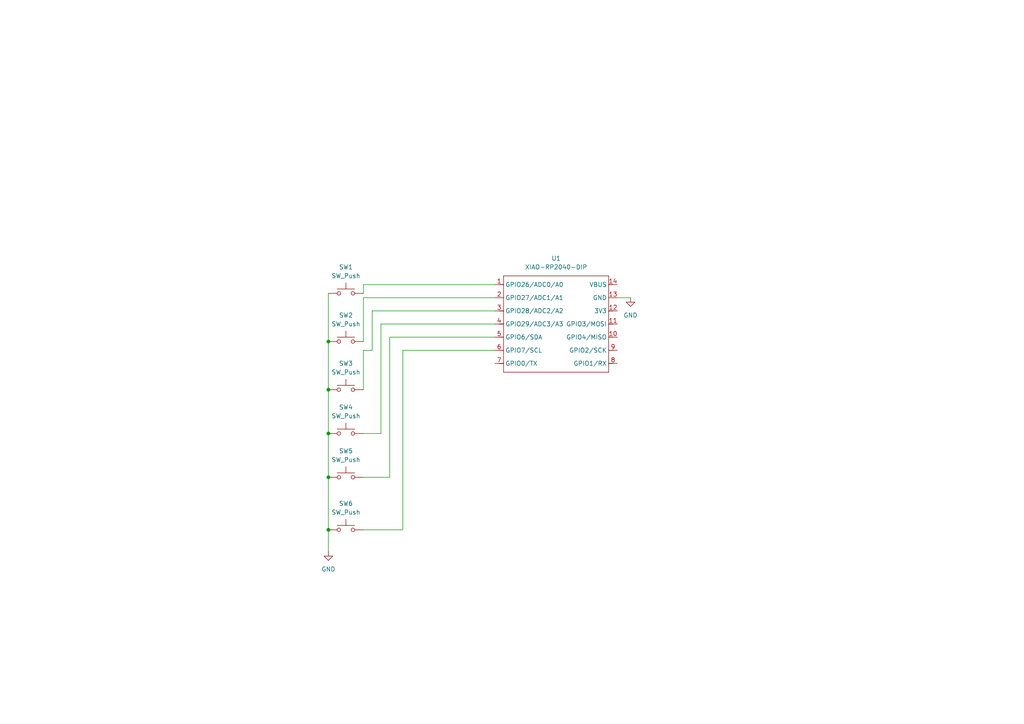
<source format=kicad_sch>
(kicad_sch (version 20231120) (generator "eeschema") (generator_version "8.0")
  (paper "A4")
  (lib_symbols
    (symbol "Seeed_Studio_XIAO_Series:XIAO-RP2040-DIP"
      (property "Reference" "U" (at 0 0 0))
      (property "Value" "XIAO-RP2040-DIP" (at 5.334 -1.778 0))
      (symbol "XIAO-RP2040-DIP_1_0"
        (polyline (pts (xy -1.27 -30.48) (xy -1.27 -16.51)) (stroke (width 0.1524)))
        (polyline (pts (xy -1.27 -27.94) (xy -2.54 -27.94)) (stroke (width 0.1524)))
        (polyline (pts (xy -1.27 -24.13) (xy -2.54 -24.13)) (stroke (width 0.1524)))
        (polyline (pts (xy -1.27 -20.32) (xy -2.54 -20.32)) (stroke (width 0.1524)))
        (polyline (pts (xy -1.27 -16.51) (xy -2.54 -16.51)) (stroke (width 0.1524)))
        (polyline (pts (xy -1.27 -16.51) (xy -1.27 -12.7)) (stroke (width 0.1524)))
        (polyline (pts (xy -1.27 -12.7) (xy -2.54 -12.7)) (stroke (width 0.1524)))
        (polyline (pts (xy -1.27 -12.7) (xy -1.27 -8.89)) (stroke (width 0.1524)))
        (polyline (pts (xy -1.27 -8.89) (xy -2.54 -8.89)) (stroke (width 0.1524)))
        (polyline (pts (xy -1.27 -8.89) (xy -1.27 -5.08)) (stroke (width 0.1524)))
        (polyline (pts (xy -1.27 -5.08) (xy -2.54 -5.08)) (stroke (width 0.1524)))
        (polyline (pts (xy -1.27 -5.08) (xy -1.27 -2.54)) (stroke (width 0.1524)))
        (polyline (pts (xy -1.27 -2.54) (xy 29.21 -2.54)) (stroke (width 0.1524)))
        (polyline (pts (xy 29.21 -30.48) (xy -1.27 -30.48)) (stroke (width 0.1524)))
        (polyline (pts (xy 29.21 -12.7) (xy 29.21 -30.48)) (stroke (width 0.1524)))
        (polyline (pts (xy 29.21 -8.89) (xy 29.21 -12.7)) (stroke (width 0.1524)))
        (polyline (pts (xy 29.21 -5.08) (xy 29.21 -8.89)) (stroke (width 0.1524)))
        (polyline (pts (xy 29.21 -2.54) (xy 29.21 -5.08)) (stroke (width 0.1524)))
        (polyline (pts (xy 30.48 -27.94) (xy 29.21 -27.94)) (stroke (width 0.1524)))
        (polyline (pts (xy 30.48 -24.13) (xy 29.21 -24.13)) (stroke (width 0.1524)))
        (polyline (pts (xy 30.48 -20.32) (xy 29.21 -20.32)) (stroke (width 0.1524)))
        (polyline (pts (xy 30.48 -16.51) (xy 29.21 -16.51)) (stroke (width 0.1524)))
        (polyline (pts (xy 30.48 -12.7) (xy 29.21 -12.7)) (stroke (width 0.1524)))
        (polyline (pts (xy 30.48 -8.89) (xy 29.21 -8.89)) (stroke (width 0.1524)))
        (polyline (pts (xy 30.48 -5.08) (xy 29.21 -5.08)) (stroke (width 0.1524)))
        (pin passive line (at -3.81 -5.08 0) (length 2.54) (name "GPIO26/ADC0/A0") (number "1"))
        (pin passive line (at 31.75 -20.32 180) (length 2.54) (name "GPIO4/MISO") (number "10"))
        (pin passive line (at 31.75 -16.51 180) (length 2.54) (name "GPIO3/MOSI") (number "11"))
        (pin passive line (at 31.75 -12.7 180) (length 2.54) (name "3V3") (number "12"))
        (pin passive line (at 31.75 -8.89 180) (length 2.54) (name "GND") (number "13"))
        (pin passive line (at 31.75 -5.08 180) (length 2.54) (name "VBUS") (number "14"))
        (pin passive line (at -3.81 -8.89 0) (length 2.54) (name "GPIO27/ADC1/A1") (number "2"))
        (pin passive line (at -3.81 -12.7 0) (length 2.54) (name "GPIO28/ADC2/A2") (number "3"))
        (pin passive line (at -3.81 -16.51 0) (length 2.54) (name "GPIO29/ADC3/A3") (number "4"))
        (pin passive line (at -3.81 -20.32 0) (length 2.54) (name "GPIO6/SDA") (number "5"))
        (pin passive line (at -3.81 -24.13 0) (length 2.54) (name "GPIO7/SCL") (number "6"))
        (pin passive line (at -3.81 -27.94 0) (length 2.54) (name "GPIO0/TX") (number "7"))
        (pin passive line (at 31.75 -27.94 180) (length 2.54) (name "GPIO1/RX") (number "8"))
        (pin passive line (at 31.75 -24.13 180) (length 2.54) (name "GPIO2/SCK") (number "9"))
      )
    )
    (symbol "Switch:SW_Push" (pin_numbers hide) (pin_names (offset 1.016) hide)
      (property "Reference" "SW" (at 1.27 2.54 0))
      (property "Value" "SW_Push" (at 0 -1.524 0))
      (symbol "SW_Push_0_1"
        (circle (center -2.032 0) (radius 0.508))
        (polyline (pts (xy 0 1.27) (xy 0 3.048)))
        (polyline (pts (xy 2.54 1.27) (xy -2.54 1.27)))
        (circle (center 2.032 0) (radius 0.508))
        (pin passive line (at -5.08 0 0) (length 2.54) (name "1") (number "1"))
        (pin passive line (at 5.08 0 180) (length 2.54) (name "2") (number "2"))
      )
    )
    (symbol "power:GND" (power) (pin_numbers hide) (pin_names (offset 0) hide)
      (property "Value" "GND" (at 0 -3.81 0))
      (symbol "GND_0_1"
        (polyline (pts (xy 0 0) (xy 0 -1.27) (xy 1.27 -1.27) (xy 0 -2.54) (xy -1.27 -1.27) (xy 0 -1.27)))
      )
      (symbol "GND_1_1"
        (pin power_in line (at 0 0 270) (length 0) (name "~") (number "1"))
      )
    )
  )
  (junction (at 95.25 138.43))
  (junction (at 95.25 153.67))
  (junction (at 95.25 99.06))
  (junction (at 95.25 113.03))
  (junction (at 95.25 125.73))
  (wire (pts (xy 179.07 86.36) (xy 182.88 86.36)))
  (wire (pts (xy 107.95 90.17) (xy 143.51 90.17)))
  (wire (pts (xy 105.41 85.09) (xy 105.41 82.55)))
  (wire (pts (xy 105.41 101.6) (xy 107.95 101.6)))
  (wire (pts (xy 105.41 99.06) (xy 105.41 86.36)))
  (wire (pts (xy 110.49 125.73) (xy 110.49 93.98)))
  (wire (pts (xy 105.41 113.03) (xy 105.41 101.6)))
  (wire (pts (xy 110.49 93.98) (xy 143.51 93.98)))
  (wire (pts (xy 113.03 138.43) (xy 113.03 97.79)))
  (wire (pts (xy 107.95 101.6) (xy 107.95 90.17)))
  (wire (pts (xy 95.25 85.09) (xy 95.25 99.06)))
  (wire (pts (xy 113.03 97.79) (xy 143.51 97.79)))
  (wire (pts (xy 105.41 125.73) (xy 110.49 125.73)))
  (wire (pts (xy 105.41 138.43) (xy 113.03 138.43)))
  (wire (pts (xy 95.25 138.43) (xy 95.25 153.67)))
  (wire (pts (xy 95.25 99.06) (xy 95.25 113.03)))
  (wire (pts (xy 105.41 82.55) (xy 143.51 82.55)))
  (wire (pts (xy 116.84 101.6) (xy 143.51 101.6)))
  (wire (pts (xy 105.41 153.67) (xy 116.84 153.67)))
  (wire (pts (xy 116.84 153.67) (xy 116.84 101.6)))
  (wire (pts (xy 95.25 153.67) (xy 95.25 160.02)))
  (wire (pts (xy 95.25 125.73) (xy 95.25 138.43)))
  (wire (pts (xy 95.25 113.03) (xy 95.25 125.73)))
  (wire (pts (xy 105.41 86.36) (xy 143.51 86.36)))
  (symbol (lib_id "Switch:SW_Push") (at 100.33 153.67 0) (unit 1)
    (property "Reference" "SW6" (at 100.33 146.05 0))
    (property "Value" "SW_Push" (at 100.33 148.59 0))
    (property "Footprint" "Button_Switch_Keyboard:SW_Cherry_MX_1.00u_PCB" (effects (hide yes)))
    (property "Description" "Push button switch, generic, two pins" (effects (hide yes)))
  )
  (symbol (lib_id "Switch:SW_Push") (at 100.33 99.06 0) (unit 1)
    (property "Reference" "SW2" (at 100.33 91.44 0))
    (property "Value" "SW_Push" (at 100.33 93.98 0))
    (property "Footprint" "Button_Switch_Keyboard:SW_Cherry_MX_1.00u_PCB" (effects (hide yes)))
    (property "Description" "Push button switch, generic, two pins" (effects (hide yes)))
  )
  (symbol (lib_id "power:GND") (at 95.25 160.02 0) (unit 1)
    (property "Reference" "#PWR01" (effects (hide yes)))
    (property "Value" "GND" (at 95.25 165.1 0))
    (property "Description" "Power symbol creates a global label with name \"GND\" , ground" (effects (hide yes)))
  )
  (symbol (lib_id "Switch:SW_Push") (at 100.33 85.09 0) (unit 1)
    (property "Reference" "SW1" (at 100.33 77.47 0))
    (property "Value" "SW_Push" (at 100.33 80.01 0))
    (property "Footprint" "Button_Switch_Keyboard:SW_Cherry_MX_1.00u_PCB" (effects (hide yes)))
    (property "Description" "Push button switch, generic, two pins" (effects (hide yes)))
  )
  (symbol (lib_id "power:GND") (at 182.88 86.36 0) (unit 1)
    (property "Reference" "#PWR02" (effects (hide yes)))
    (property "Value" "GND" (at 182.88 91.44 0))
    (property "Description" "Power symbol creates a global label with name \"GND\" , ground" (effects (hide yes)))
  )
  (symbol (lib_id "Switch:SW_Push") (at 100.33 125.73 0) (unit 1)
    (property "Reference" "SW4" (at 100.33 118.11 0))
    (property "Value" "SW_Push" (at 100.33 120.65 0))
    (property "Footprint" "Button_Switch_Keyboard:SW_Cherry_MX_1.00u_PCB" (effects (hide yes)))
    (property "Description" "Push button switch, generic, two pins" (effects (hide yes)))
  )
  (symbol (lib_id "Seeed_Studio_XIAO_Series:XIAO-RP2040-DIP") (at 147.32 77.47 0) (unit 1)
    (property "Reference" "U1" (at 161.29 74.93 0))
    (property "Value" "XIAO-RP2040-DIP" (at 161.29 77.47 0))
    (property "Footprint" "Seeed Studio XIAO Series Library:XIAO-RP2040-DIP" (effects (hide yes)))
  )
  (symbol (lib_id "Switch:SW_Push") (at 100.33 113.03 0) (unit 1)
    (property "Reference" "SW3" (at 100.33 105.41 0))
    (property "Value" "SW_Push" (at 100.33 107.95 0))
    (property "Footprint" "Button_Switch_Keyboard:SW_Cherry_MX_1.00u_PCB" (effects (hide yes)))
    (property "Description" "Push button switch, generic, two pins" (effects (hide yes)))
  )
  (symbol (lib_id "Switch:SW_Push") (at 100.33 138.43 0) (unit 1)
    (property "Reference" "SW5" (at 100.33 130.81 0))
    (property "Value" "SW_Push" (at 100.33 133.35 0))
    (property "Footprint" "Button_Switch_Keyboard:SW_Cherry_MX_1.00u_PCB" (effects (hide yes)))
    (property "Description" "Push button switch, generic, two pins" (effects (hide yes)))
  )
)
</source>
